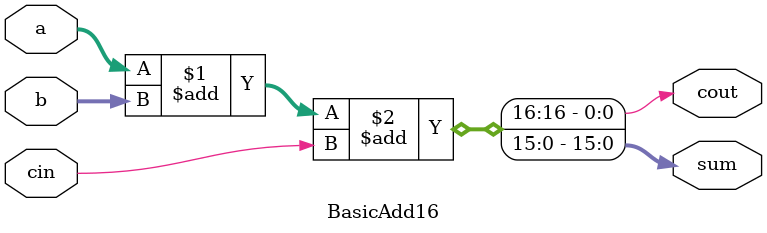
<source format=v>
module BasicMultiBitAdder(
    input [1:0] a,
    input [1:0] b,
    input cin,
    output [1:0] sum,
    output cout
);
assign {cout,sum} = a+b+cin;
    
endmodule

`include "FullAdder.v"
module GateLevelMultiBitAdder(
    input [1:0] a,
    input [1:0] b,
    input cin,
    output [1:0] sum,
    output cout
);

wire carry[0:0];

GateLevelFullAdder f1(
    .a(a[0]),
    .b(b[0]),
    .c(cin),
    .h(carry[0]),
    .l(sum[0])
);
GateLevelFullAdder f2(
    .a(a[1]),
    .b(b[1]),
    .c(carry[0]),
    .h(cout),
    .l(sum[1])
);
    
endmodule


//超前进位原理：
//P[n] = a[n] | b[n] 是否能传播
//G[n] = a[n] & b[n] 是否能生成

//C[n+1] = G[n] | (C[n] & P[n])


`ifdef TB_MULTIBITADDER
`timescale 1ns / 1ps

module Testbench;
    reg [1:0] a;
    reg [1:0] b;
    reg cin;
    wire [1:0] sum_basic, sum_gate;
    wire cout_basic, cout_gate;

    // Instantiate the BasicMultiBitAdder
    BasicMultiBitAdder basic_adder (
        .a(a),
        .b(b),
        .cin(cin),
        .sum(sum_basic),
        .cout(cout_basic)
    );

    // Instantiate the GateLevelMultiBitAdder
    GateLevelMultiBitAdder gate_adder (
        .a(a),
        .b(b),
        .cin(cin),
        .sum(sum_gate),
        .cout(cout_gate)
    );

    initial begin
        integer i;
        // Display header
        $display(" A  B Cin | Sum_Basic Cout_Basic | Sum_Gate Cout_Gate | Match");
        $display("----------------------------------------------------------");

        // Test all input combinations
        
        for (i = 0; i < 32; i = i + 1) begin
            {a, b, cin} = i;  // Set input combinations
            #10;  // Delay for signal propagation

            // Display results
            $display("%b %b  %b  |   %b       %b       |   %b      %b     |   %s",
                     a, b, cin, sum_basic, cout_basic, sum_gate, cout_gate, 
                     (sum_basic == sum_gate) && (cout_basic == cout_gate) ? "Yes" : "No");
        end

        // Finish simulation
        $finish;
    end
endmodule

`endif


module BasicAdd16(
    input [15:0] a,  
    input [15:0] b,
    input cin,
    output [15:0] sum,
    output cout
);
assign {cout,sum} = a + b + cin;
    
endmodule
</source>
